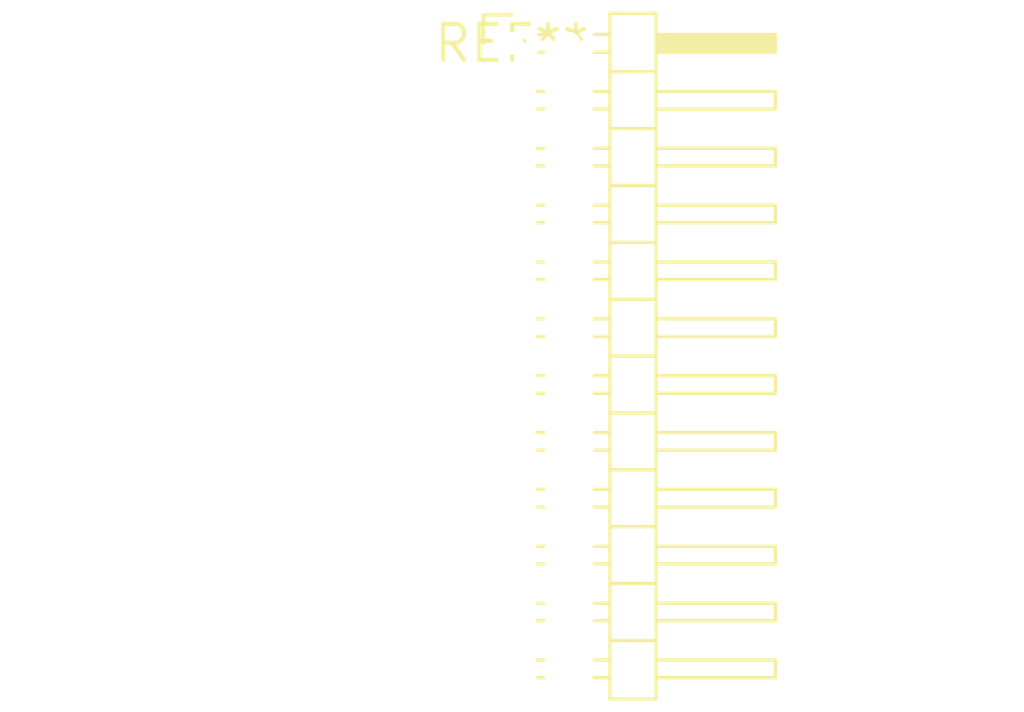
<source format=kicad_pcb>
(kicad_pcb (version 20240108) (generator pcbnew)
  (layers (0 "F.Cu" signal) (31 "B.Cu" signal) (34 "B.Paste" user) (35 "F.Paste" user) (36 "B.SilkS" user "B.Silkscreen") (37 "F.SilkS" user "F.Silkscreen") (38 "B.Mask" user) (39 "F.Mask" user) (44 "Edge.Cuts" user))
  (net 0 "")
  (footprint "PinHeader_2x12_P2.00mm_Horizontal" (layer "F.Cu") (at 0 0)
    (property "Reference" "REF**")
    (property "Value" "PinHeader_2x12_P2.00mm_Horizontal")
    (fp_line (start -1 -1) (end 0 -1) (layer "F.SilkS") (stroke (width 0.12)))
    (fp_line (start -1 0) (end -1 -1) (layer "F.SilkS") (stroke (width 0.12)))
    (fp_line (start 0.882114 1.69) (end 1.117886 1.69) (layer "F.SilkS") (stroke (width 0.12)))
    (fp_line (start 0.882114 2.31) (end 1.117886 2.31) (layer "F.SilkS") (stroke (width 0.12)))
    (fp_line (start 0.882114 3.69) (end 1.117886 3.69) (layer "F.SilkS") (stroke (width 0.12)))
    (fp_line (start 0.882114 4.31) (end 1.117886 4.31) (layer "F.SilkS") (stroke (width 0.12)))
    (fp_line (start 0.882114 5.69) (end 1.117886 5.69) (layer "F.SilkS") (stroke (width 0.12)))
    (fp_line (start 0.882114 6.31) (end 1.117886 6.31) (layer "F.SilkS") (stroke (width 0.12)))
    (fp_line (start 0.882114 7.69) (end 1.117886 7.69) (layer "F.SilkS") (stroke (width 0.12)))
    (fp_line (start 0.882114 8.31) (end 1.117886 8.31) (layer "F.SilkS") (stroke (width 0.12)))
    (fp_line (start 0.882114 9.69) (end 1.117886 9.69) (layer "F.SilkS") (stroke (width 0.12)))
    (fp_line (start 0.882114 10.31) (end 1.117886 10.31) (layer "F.SilkS") (stroke (width 0.12)))
    (fp_line (start 0.882114 11.69) (end 1.117886 11.69) (layer "F.SilkS") (stroke (width 0.12)))
    (fp_line (start 0.882114 12.31) (end 1.117886 12.31) (layer "F.SilkS") (stroke (width 0.12)))
    (fp_line (start 0.882114 13.69) (end 1.117886 13.69) (layer "F.SilkS") (stroke (width 0.12)))
    (fp_line (start 0.882114 14.31) (end 1.117886 14.31) (layer "F.SilkS") (stroke (width 0.12)))
    (fp_line (start 0.882114 15.69) (end 1.117886 15.69) (layer "F.SilkS") (stroke (width 0.12)))
    (fp_line (start 0.882114 16.31) (end 1.117886 16.31) (layer "F.SilkS") (stroke (width 0.12)))
    (fp_line (start 0.882114 17.69) (end 1.117886 17.69) (layer "F.SilkS") (stroke (width 0.12)))
    (fp_line (start 0.882114 18.31) (end 1.117886 18.31) (layer "F.SilkS") (stroke (width 0.12)))
    (fp_line (start 0.882114 19.69) (end 1.117886 19.69) (layer "F.SilkS") (stroke (width 0.12)))
    (fp_line (start 0.882114 20.31) (end 1.117886 20.31) (layer "F.SilkS") (stroke (width 0.12)))
    (fp_line (start 0.882114 21.69) (end 1.117886 21.69) (layer "F.SilkS") (stroke (width 0.12)))
    (fp_line (start 0.882114 22.31) (end 1.117886 22.31) (layer "F.SilkS") (stroke (width 0.12)))
    (fp_line (start 0.935 -0.31) (end 1.117886 -0.31) (layer "F.SilkS") (stroke (width 0.12)))
    (fp_line (start 0.935 0.31) (end 1.117886 0.31) (layer "F.SilkS") (stroke (width 0.12)))
    (fp_line (start 2.882114 -0.31) (end 3.44 -0.31) (layer "F.SilkS") (stroke (width 0.12)))
    (fp_line (start 2.882114 0.31) (end 3.44 0.31) (layer "F.SilkS") (stroke (width 0.12)))
    (fp_line (start 2.882114 1.69) (end 3.44 1.69) (layer "F.SilkS") (stroke (width 0.12)))
    (fp_line (start 2.882114 2.31) (end 3.44 2.31) (layer "F.SilkS") (stroke (width 0.12)))
    (fp_line (start 2.882114 3.69) (end 3.44 3.69) (layer "F.SilkS") (stroke (width 0.12)))
    (fp_line (start 2.882114 4.31) (end 3.44 4.31) (layer "F.SilkS") (stroke (width 0.12)))
    (fp_line (start 2.882114 5.69) (end 3.44 5.69) (layer "F.SilkS") (stroke (width 0.12)))
    (fp_line (start 2.882114 6.31) (end 3.44 6.31) (layer "F.SilkS") (stroke (width 0.12)))
    (fp_line (start 2.882114 7.69) (end 3.44 7.69) (layer "F.SilkS") (stroke (width 0.12)))
    (fp_line (start 2.882114 8.31) (end 3.44 8.31) (layer "F.SilkS") (stroke (width 0.12)))
    (fp_line (start 2.882114 9.69) (end 3.44 9.69) (layer "F.SilkS") (stroke (width 0.12)))
    (fp_line (start 2.882114 10.31) (end 3.44 10.31) (layer "F.SilkS") (stroke (width 0.12)))
    (fp_line (start 2.882114 11.69) (end 3.44 11.69) (layer "F.SilkS") (stroke (width 0.12)))
    (fp_line (start 2.882114 12.31) (end 3.44 12.31) (layer "F.SilkS") (stroke (width 0.12)))
    (fp_line (start 2.882114 13.69) (end 3.44 13.69) (layer "F.SilkS") (stroke (width 0.12)))
    (fp_line (start 2.882114 14.31) (end 3.44 14.31) (layer "F.SilkS") (stroke (width 0.12)))
    (fp_line (start 2.882114 15.69) (end 3.44 15.69) (layer "F.SilkS") (stroke (width 0.12)))
    (fp_line (start 2.882114 16.31) (end 3.44 16.31) (layer "F.SilkS") (stroke (width 0.12)))
    (fp_line (start 2.882114 17.69) (end 3.44 17.69) (layer "F.SilkS") (stroke (width 0.12)))
    (fp_line (start 2.882114 18.31) (end 3.44 18.31) (layer "F.SilkS") (stroke (width 0.12)))
    (fp_line (start 2.882114 19.69) (end 3.44 19.69) (layer "F.SilkS") (stroke (width 0.12)))
    (fp_line (start 2.882114 20.31) (end 3.44 20.31) (layer "F.SilkS") (stroke (width 0.12)))
    (fp_line (start 2.882114 21.69) (end 3.44 21.69) (layer "F.SilkS") (stroke (width 0.12)))
    (fp_line (start 2.882114 22.31) (end 3.44 22.31) (layer "F.SilkS") (stroke (width 0.12)))
    (fp_line (start 3.44 -1.06) (end 3.44 23.06) (layer "F.SilkS") (stroke (width 0.12)))
    (fp_line (start 3.44 1) (end 5.06 1) (layer "F.SilkS") (stroke (width 0.12)))
    (fp_line (start 3.44 3) (end 5.06 3) (layer "F.SilkS") (stroke (width 0.12)))
    (fp_line (start 3.44 5) (end 5.06 5) (layer "F.SilkS") (stroke (width 0.12)))
    (fp_line (start 3.44 7) (end 5.06 7) (layer "F.SilkS") (stroke (width 0.12)))
    (fp_line (start 3.44 9) (end 5.06 9) (layer "F.SilkS") (stroke (width 0.12)))
    (fp_line (start 3.44 11) (end 5.06 11) (layer "F.SilkS") (stroke (width 0.12)))
    (fp_line (start 3.44 13) (end 5.06 13) (layer "F.SilkS") (stroke (width 0.12)))
    (fp_line (start 3.44 15) (end 5.06 15) (layer "F.SilkS") (stroke (width 0.12)))
    (fp_line (start 3.44 17) (end 5.06 17) (layer "F.SilkS") (stroke (width 0.12)))
    (fp_line (start 3.44 19) (end 5.06 19) (layer "F.SilkS") (stroke (width 0.12)))
    (fp_line (start 3.44 21) (end 5.06 21) (layer "F.SilkS") (stroke (width 0.12)))
    (fp_line (start 3.44 23.06) (end 5.06 23.06) (layer "F.SilkS") (stroke (width 0.12)))
    (fp_line (start 5.06 -1.06) (end 3.44 -1.06) (layer "F.SilkS") (stroke (width 0.12)))
    (fp_line (start 5.06 -0.31) (end 9.26 -0.31) (layer "F.SilkS") (stroke (width 0.12)))
    (fp_line (start 5.06 -0.25) (end 9.26 -0.25) (layer "F.SilkS") (stroke (width 0.12)))
    (fp_line (start 5.06 -0.13) (end 9.26 -0.13) (layer "F.SilkS") (stroke (width 0.12)))
    (fp_line (start 5.06 -0.01) (end 9.26 -0.01) (layer "F.SilkS") (stroke (width 0.12)))
    (fp_line (start 5.06 0.11) (end 9.26 0.11) (layer "F.SilkS") (stroke (width 0.12)))
    (fp_line (start 5.06 0.23) (end 9.26 0.23) (layer "F.SilkS") (stroke (width 0.12)))
    (fp_line (start 5.06 1.69) (end 9.26 1.69) (layer "F.SilkS") (stroke (width 0.12)))
    (fp_line (start 5.06 3.69) (end 9.26 3.69) (layer "F.SilkS") (stroke (width 0.12)))
    (fp_line (start 5.06 5.69) (end 9.26 5.69) (layer "F.SilkS") (stroke (width 0.12)))
    (fp_line (start 5.06 7.69) (end 9.26 7.69) (layer "F.SilkS") (stroke (width 0.12)))
    (fp_line (start 5.06 9.69) (end 9.26 9.69) (layer "F.SilkS") (stroke (width 0.12)))
    (fp_line (start 5.06 11.69) (end 9.26 11.69) (layer "F.SilkS") (stroke (width 0.12)))
    (fp_line (start 5.06 13.69) (end 9.26 13.69) (layer "F.SilkS") (stroke (width 0.12)))
    (fp_line (start 5.06 15.69) (end 9.26 15.69) (layer "F.SilkS") (stroke (width 0.12)))
    (fp_line (start 5.06 17.69) (end 9.26 17.69) (layer "F.SilkS") (stroke (width 0.12)))
    (fp_line (start 5.06 19.69) (end 9.26 19.69) (layer "F.SilkS") (stroke (width 0.12)))
    (fp_line (start 5.06 21.69) (end 9.26 21.69) (layer "F.SilkS") (stroke (width 0.12)))
    (fp_line (start 5.06 23.06) (end 5.06 -1.06) (layer "F.SilkS") (stroke (width 0.12)))
    (fp_line (start 9.26 -0.31) (end 9.26 0.31) (layer "F.SilkS") (stroke (width 0.12)))
    (fp_line (start 9.26 0.31) (end 5.06 0.31) (layer "F.SilkS") (stroke (width 0.12)))
    (fp_line (start 9.26 1.69) (end 9.26 2.31) (layer "F.SilkS") (stroke (width 0.12)))
    (fp_line (start 9.26 2.31) (end 5.06 2.31) (layer "F.SilkS") (stroke (width 0.12)))
    (fp_line (start 9.26 3.69) (end 9.26 4.31) (layer "F.SilkS") (stroke (width 0.12)))
    (fp_line (start 9.26 4.31) (end 5.06 4.31) (layer "F.SilkS") (stroke (width 0.12)))
    (fp_line (start 9.26 5.69) (end 9.26 6.31) (layer "F.SilkS") (stroke (width 0.12)))
    (fp_line (start 9.26 6.31) (end 5.06 6.31) (layer "F.SilkS") (stroke (width 0.12)))
    (fp_line (start 9.26 7.69) (end 9.26 8.31) (layer "F.SilkS") (stroke (width 0.12)))
    (fp_line (start 9.26 8.31) (end 5.06 8.31) (layer "F.SilkS") (stroke (width 0.12)))
    (fp_line (start 9.26 9.69) (end 9.26 10.31) (layer "F.SilkS") (stroke (width 0.12)))
    (fp_line (start 9.26 10.31) (end 5.06 10.31) (layer "F.SilkS") (stroke (width 0.12)))
    (fp_line (start 9.26 11.69) (end 9.26 12.31) (layer "F.SilkS") (stroke (width 0.12)))
    (fp_line (start 9.26 12.31) (end 5.06 12.31) (layer "F.SilkS") (stroke (width 0.12)))
    (fp_line (start 9.26 13.69) (end 9.26 14.31) (layer "F.SilkS") (stroke (width 0.12)))
    (fp_line (start 9.26 14.31) (end 5.06 14.31) (layer "F.SilkS") (stroke (width 0.12)))
    (fp_line (start 9.26 15.69) (end 9.26 16.31) (layer "F.SilkS") (stroke (width 0.12)))
    (fp_line (start 9.26 16.31) (end 5.06 16.31) (layer "F.SilkS") (stroke (width 0.12)))
    (fp_line (start 9.26 17.69) (end 9.26 18.31) (layer "F.SilkS") (stroke (width 0.12)))
    (fp_line (start 9.26 18.31) (end 5.06 18.31) (layer "F.SilkS") (stroke (width 0.12)))
    (fp_line (start 9.26 19.69) (end 9.26 20.31) (layer "F.SilkS") (stroke (width 0.12)))
    (fp_line (start 9.26 20.31) (end 5.06 20.31) (layer "F.SilkS") (stroke (width 0.12)))
    (fp_line (start 9.26 21.69) (end 9.26 22.31) (layer "F.SilkS") (stroke (width 0.12)))
    (fp_line (start 9.26 22.31) (end 5.06 22.31) (layer "F.SilkS") (stroke (width 0.12)))
    (pad "1" thru_hole rect (at 0 0) (size 1.35 1.35) (drill 0.8) (layers *.Cu *.Mask) (remove_unused_layers))
    (pad "2" thru_hole oval (at 2 0) (size 1.35 1.35) (drill 0.8) (layers *.Cu *.Mask) (remove_unused_layers))
    (pad "3" thru_hole oval (at 0 2) (size 1.35 1.35) (drill 0.8) (layers *.Cu *.Mask) (remove_unused_layers))
    (pad "4" thru_hole oval (at 2 2) (size 1.35 1.35) (drill 0.8) (layers *.Cu *.Mask) (remove_unused_layers))
    (pad "5" thru_hole oval (at 0 4) (size 1.35 1.35) (drill 0.8) (layers *.Cu *.Mask) (remove_unused_layers))
    (pad "6" thru_hole oval (at 2 4) (size 1.35 1.35) (drill 0.8) (layers *.Cu *.Mask) (remove_unused_layers))
    (pad "7" thru_hole oval (at 0 6) (size 1.35 1.35) (drill 0.8) (layers *.Cu *.Mask) (remove_unused_layers))
    (pad "8" thru_hole oval (at 2 6) (size 1.35 1.35) (drill 0.8) (layers *.Cu *.Mask) (remove_unused_layers))
    (pad "9" thru_hole oval (at 0 8) (size 1.35 1.35) (drill 0.8) (layers *.Cu *.Mask) (remove_unused_layers))
    (pad "10" thru_hole oval (at 2 8) (size 1.35 1.35) (drill 0.8) (layers *.Cu *.Mask) (remove_unused_layers))
    (pad "11" thru_hole oval (at 0 10) (size 1.35 1.35) (drill 0.8) (layers *.Cu *.Mask) (remove_unused_layers))
    (pad "12" thru_hole oval (at 2 10) (size 1.35 1.35) (drill 0.8) (layers *.Cu *.Mask) (remove_unused_layers))
    (pad "13" thru_hole oval (at 0 12) (size 1.35 1.35) (drill 0.8) (layers *.Cu *.Mask) (remove_unused_layers))
    (pad "14" thru_hole oval (at 2 12) (size 1.35 1.35) (drill 0.8) (layers *.Cu *.Mask) (remove_unused_layers))
    (pad "15" thru_hole oval (at 0 14) (size 1.35 1.35) (drill 0.8) (layers *.Cu *.Mask) (remove_unused_layers))
    (pad "16" thru_hole oval (at 2 14) (size 1.35 1.35) (drill 0.8) (layers *.Cu *.Mask) (remove_unused_layers))
    (pad "17" thru_hole oval (at 0 16) (size 1.35 1.35) (drill 0.8) (layers *.Cu *.Mask) (remove_unused_layers))
    (pad "18" thru_hole oval (at 2 16) (size 1.35 1.35) (drill 0.8) (layers *.Cu *.Mask) (remove_unused_layers))
    (pad "19" thru_hole oval (at 0 18) (size 1.35 1.35) (drill 0.8) (layers *.Cu *.Mask) (remove_unused_layers))
    (pad "20" thru_hole oval (at 2 18) (size 1.35 1.35) (drill 0.8) (layers *.Cu *.Mask) (remove_unused_layers))
    (pad "21" thru_hole oval (at 0 20) (size 1.35 1.35) (drill 0.8) (layers *.Cu *.Mask) (remove_unused_layers))
    (pad "22" thru_hole oval (at 2 20) (size 1.35 1.35) (drill 0.8) (layers *.Cu *.Mask) (remove_unused_layers))
    (pad "23" thru_hole oval (at 0 22) (size 1.35 1.35) (drill 0.8) (layers *.Cu *.Mask) (remove_unused_layers))
    (pad "24" thru_hole oval (at 2 22) (size 1.35 1.35) (drill 0.8) (layers *.Cu *.Mask) (remove_unused_layers))
  )
)
</source>
